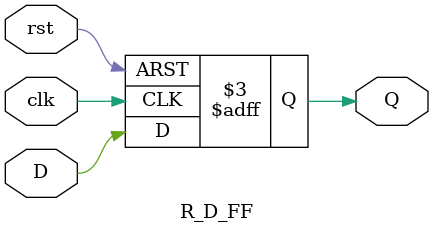
<source format=v>
`timescale 1ns/1ps


module Shift_Register(
  SL,
  SR,
  Q,
  clk,
  rst
);
input SL,SR,clk,rst;
output [3:0]Q;

reg [3:0] D_Q;

always @ ( SL,SR,posedge clk,Q)
begin
  if (SL==1'b1 && SR==1'b0)
  begin
    D_Q[0]=1'b0;
    D_Q[1]=Q[0];
    D_Q[2]=Q[1];
    D_Q[3]=Q[2];
  end

  else if(SL==1'b0 && SR==1'b1)
  begin
    D_Q[0]=Q[1];
    D_Q[1]=Q[2];
    D_Q[2]=Q[3];
    D_Q[3]=1'b0;
  end
  else
    D_Q <= Q;
end


R_D_FF RDFF1(D_Q[0],Q[0],rst,clk);
R_D_FF RDFF2(D_Q[1],Q[1],rst,clk);
R_D_FF RDFF3(D_Q[3],Q[3],rst,clk);
D_FF DFF1(D_Q[2],Q[2],rst,clk);

endmodule


module D_FF(
  D,
  Q,
  rst,
  clk
);
input clk,rst,D;
output reg Q;
 
always @ (posedge clk, negedge rst)
begin
  if(!rst)
  begin
    Q<=1'b0;
  end
  else Q<=D;
end
endmodule

module R_D_FF(
  D,
  Q,
  rst,
  clk
);
input clk,rst,D;
output reg Q;
always @ (posedge clk, negedge rst)
begin
  if(!rst)
  begin
    Q<=1'b1;
  end
  else Q<=D;
end
endmodule
</source>
